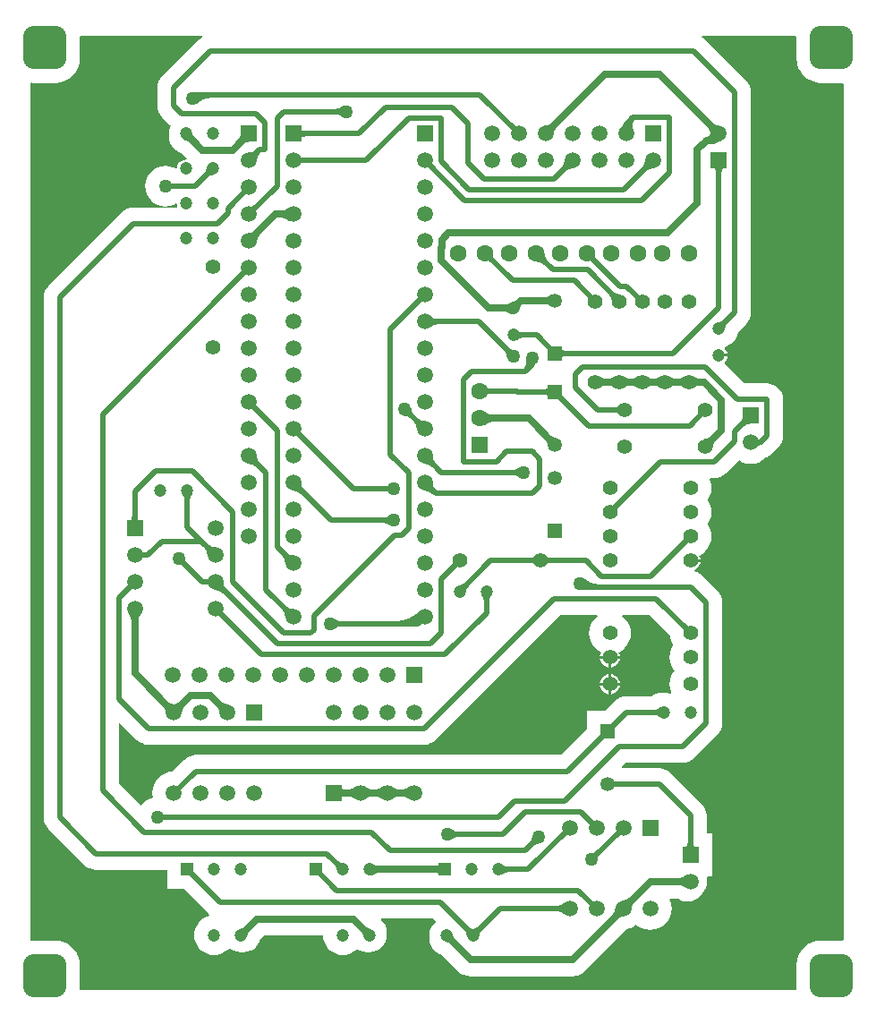
<source format=gbl>
%FSLAX25Y25*%
%MOIN*%
G70*
G01*
G75*
G04 Layer_Physical_Order=2*
G04 Layer_Color=16711680*
%ADD10C,0.02000*%
%ADD11C,0.02500*%
%ADD12C,0.01000*%
%ADD13C,0.05906*%
%ADD14R,0.05906X0.05906*%
%ADD15R,0.04724X0.04724*%
%ADD16C,0.04724*%
%ADD17C,0.05512*%
%ADD18C,0.05315*%
%ADD19R,0.05315X0.05315*%
%ADD20R,0.05906X0.05906*%
%ADD21C,0.06299*%
%ADD22R,0.06299X0.06299*%
%ADD23C,0.06299*%
%ADD24R,0.05906X0.05906*%
%ADD25C,0.05906*%
%ADD26R,0.05906X0.05906*%
G04:AMPARAMS|DCode=27|XSize=160mil|YSize=160mil|CornerRadius=40mil|HoleSize=0mil|Usage=FLASHONLY|Rotation=0.000|XOffset=0mil|YOffset=0mil|HoleType=Round|Shape=RoundedRectangle|*
%AMROUNDEDRECTD27*
21,1,0.16000,0.08000,0,0,0.0*
21,1,0.08000,0.16000,0,0,0.0*
1,1,0.08000,0.04000,-0.04000*
1,1,0.08000,-0.04000,-0.04000*
1,1,0.08000,-0.04000,0.04000*
1,1,0.08000,0.04000,0.04000*
%
%ADD27ROUNDEDRECTD27*%
%ADD28C,0.05000*%
G36*
X383787Y137687D02*
X383856Y136980D01*
X384300Y135518D01*
X385020Y134170D01*
X385160Y134000D01*
X385020Y133830D01*
X384300Y132482D01*
X383856Y131020D01*
X383707Y129500D01*
X383856Y127980D01*
X384300Y126518D01*
X385020Y125170D01*
X385570Y124500D01*
X385020Y123830D01*
X384300Y122482D01*
X383856Y121020D01*
X383707Y119500D01*
X383856Y117980D01*
X384300Y116518D01*
X384421Y116290D01*
X384104Y115903D01*
X382943Y116256D01*
X381500Y116398D01*
X380057Y116256D01*
X378669Y115835D01*
X377390Y115151D01*
X377241Y115029D01*
X367657D01*
X366481Y114913D01*
X365350Y114570D01*
X364308Y114013D01*
X363394Y113263D01*
X359631Y109500D01*
X352842D01*
Y102711D01*
X343276Y93145D01*
X207116D01*
X205940Y93029D01*
X204809Y92686D01*
X203767Y92129D01*
X202853Y91379D01*
X198406Y86933D01*
X197441Y86838D01*
X195942Y86383D01*
X194560Y85645D01*
X193349Y84651D01*
X192356Y83440D01*
X191617Y82058D01*
X191162Y80559D01*
X191009Y79000D01*
X191162Y77441D01*
X191235Y77202D01*
X190116Y76863D01*
X188813Y76166D01*
X187671Y75229D01*
X187063Y74488D01*
X186563Y74463D01*
X178529Y82497D01*
Y104839D01*
X178991Y105030D01*
X185237Y98784D01*
Y98784D01*
X185237Y98784D01*
X185237Y98784D01*
Y98784D01*
X186151Y98034D01*
X187193Y97477D01*
X187193Y97477D01*
X187193Y97477D01*
D01*
X187193Y97477D01*
X187193Y97477D01*
X188324Y97134D01*
X189500Y97018D01*
X292347D01*
X293523Y97134D01*
X294654Y97477D01*
X294654Y97477D01*
X294654Y97477D01*
X295697Y98034D01*
X296610Y98784D01*
X296610Y98784D01*
X296610Y98784D01*
X343053Y145227D01*
X356729D01*
X356897Y144756D01*
X355989Y144011D01*
X355020Y142830D01*
X354300Y141482D01*
X353856Y140020D01*
X353707Y138500D01*
X353856Y136980D01*
X354300Y135518D01*
X355020Y134170D01*
X355989Y132989D01*
X357170Y132020D01*
X358203Y131468D01*
X358219Y131394D01*
X357841Y130481D01*
X357778Y130000D01*
X365223D01*
X365159Y130481D01*
X364781Y131394D01*
X364797Y131468D01*
X365830Y132020D01*
X367011Y132989D01*
X367980Y134170D01*
X368700Y135518D01*
X369144Y136980D01*
X369293Y138500D01*
X369144Y140020D01*
X368700Y141482D01*
X367980Y142830D01*
X367011Y144011D01*
X366103Y144756D01*
X366271Y145227D01*
X376247D01*
X383787Y137687D01*
D02*
G37*
G36*
X430965Y360582D02*
X430957Y360500D01*
Y352500D01*
X431130Y350736D01*
X431645Y349039D01*
X432481Y347476D01*
X433605Y346105D01*
X434976Y344981D01*
X436539Y344145D01*
X438236Y343630D01*
X440000Y343456D01*
X448000D01*
X448082Y343464D01*
X448453Y343129D01*
Y24371D01*
X448082Y24035D01*
X448000Y24044D01*
X440000D01*
X438236Y23870D01*
X436539Y23355D01*
X434976Y22519D01*
X433605Y21395D01*
X432481Y20024D01*
X431645Y18461D01*
X431130Y16764D01*
X430957Y15000D01*
Y7000D01*
X431063Y5918D01*
X430727Y5548D01*
X164273D01*
X163937Y5918D01*
X164044Y7000D01*
Y15000D01*
X163870Y16764D01*
X163355Y18461D01*
X162519Y20024D01*
X161395Y21395D01*
X160024Y22519D01*
X158461Y23355D01*
X156764Y23870D01*
X155000Y24044D01*
X147000D01*
X145918Y23937D01*
X145547Y24273D01*
Y182500D01*
Y343227D01*
X145918Y343563D01*
X147000Y343456D01*
X155000D01*
X156764Y343630D01*
X158461Y344145D01*
X160024Y344981D01*
X161395Y346105D01*
X162519Y347476D01*
X163355Y349039D01*
X163870Y350736D01*
X164044Y352500D01*
Y360500D01*
X164035Y360582D01*
X164371Y360952D01*
X209557D01*
X209679Y360468D01*
X209390Y360313D01*
X208476Y359563D01*
X194737Y345824D01*
X193987Y344910D01*
X193430Y343868D01*
X193087Y342737D01*
X192971Y341561D01*
Y335000D01*
X193087Y333824D01*
X193430Y332693D01*
X193987Y331650D01*
X194737Y330737D01*
X197676Y327798D01*
Y327798D01*
X197676Y327798D01*
X197676Y327798D01*
Y327798D01*
X198023Y327513D01*
X197698Y326903D01*
X197340Y325725D01*
X197220Y324500D01*
X197274Y323944D01*
X197220Y323388D01*
X197340Y322163D01*
X197698Y320985D01*
X198278Y319899D01*
X199059Y318947D01*
X200011Y318166D01*
X201097Y317586D01*
X201723Y317396D01*
X203787Y315331D01*
X203566Y314882D01*
X203500Y314891D01*
X202622Y314776D01*
X201804Y314437D01*
X201102Y313898D01*
X200563Y313196D01*
X200224Y312378D01*
X200136Y311706D01*
X199691Y311478D01*
X198784Y311963D01*
X197370Y312391D01*
X195900Y312536D01*
X194430Y312391D01*
X193016Y311963D01*
X191713Y311266D01*
X190571Y310329D01*
X189634Y309187D01*
X188937Y307884D01*
X188508Y306470D01*
X188364Y305000D01*
X188508Y303530D01*
X188937Y302116D01*
X189634Y300813D01*
X190571Y299671D01*
X191713Y298734D01*
X193016Y298037D01*
X194430Y297608D01*
X195900Y297464D01*
X197370Y297608D01*
X198784Y298037D01*
X199691Y298522D01*
X200136Y298294D01*
X200224Y297622D01*
X200339Y297345D01*
X200061Y296929D01*
X183900D01*
X182724Y296813D01*
X181593Y296470D01*
X180551Y295913D01*
X179637Y295163D01*
X152237Y267763D01*
X151487Y266849D01*
X150930Y265807D01*
X150587Y264676D01*
X150471Y263500D01*
Y69900D01*
X150587Y68724D01*
X150930Y67593D01*
X151487Y66550D01*
X152237Y65637D01*
X165737Y52137D01*
X166650Y51387D01*
X167693Y50830D01*
X168824Y50487D01*
X170000Y50371D01*
X196638D01*
Y43138D01*
X202836D01*
X211937Y34037D01*
X211937Y34037D01*
X212389Y33666D01*
X212292Y33175D01*
X211169Y32835D01*
X209890Y32151D01*
X208769Y31231D01*
X207849Y30110D01*
X207165Y28831D01*
X206744Y27443D01*
X206602Y26000D01*
X206744Y24557D01*
X207165Y23169D01*
X207849Y21890D01*
X208769Y20769D01*
X209890Y19849D01*
X211169Y19165D01*
X212557Y18744D01*
X214000Y18602D01*
X215443Y18744D01*
X216831Y19165D01*
X218110Y19849D01*
X219231Y20769D01*
X219526Y21129D01*
X220024Y21178D01*
X220511Y20778D01*
X221597Y20198D01*
X222775Y19840D01*
X224000Y19720D01*
X224556Y19774D01*
X225112Y19720D01*
X226337Y19840D01*
X227516Y20198D01*
X228601Y20778D01*
X229553Y21559D01*
X230334Y22511D01*
X230914Y23597D01*
X231104Y24223D01*
X232701Y25820D01*
X254620D01*
X254744Y24557D01*
X255165Y23169D01*
X255849Y21890D01*
X256769Y20769D01*
X257890Y19849D01*
X259169Y19165D01*
X260557Y18744D01*
X262000Y18602D01*
X263443Y18744D01*
X264831Y19165D01*
X266110Y19849D01*
X267231Y20769D01*
X267391Y20785D01*
X267399Y20778D01*
X268484Y20198D01*
X269663Y19840D01*
X270888Y19720D01*
X271444Y19774D01*
X272000Y19720D01*
X273225Y19840D01*
X274403Y20198D01*
X275489Y20778D01*
X276441Y21559D01*
X277222Y22511D01*
X277802Y23597D01*
X278160Y24775D01*
X278280Y26000D01*
X278225Y26556D01*
X278280Y27112D01*
X278160Y28337D01*
X277802Y29515D01*
X277222Y30601D01*
X276441Y31553D01*
X276140Y31800D01*
X276308Y32271D01*
X295703D01*
X296605Y31368D01*
X296581Y30869D01*
X296059Y30441D01*
X295278Y29489D01*
X294698Y28403D01*
X294340Y27225D01*
X294220Y26000D01*
X294274Y25444D01*
X294220Y24888D01*
X294340Y23663D01*
X294698Y22485D01*
X295278Y21399D01*
X296059Y20447D01*
X297011Y19666D01*
X298097Y19086D01*
X298723Y18896D01*
X305059Y12559D01*
X306011Y11778D01*
X306591Y11468D01*
X307097Y11198D01*
X308275Y10840D01*
X309500Y10720D01*
X347500D01*
X348725Y10840D01*
X349546Y11089D01*
X349903Y11198D01*
X350989Y11778D01*
X351941Y12559D01*
X367497Y28115D01*
X367725Y28138D01*
X368903Y28495D01*
X369989Y29075D01*
X370941Y29857D01*
X371395Y29901D01*
X372060Y29355D01*
X373442Y28617D01*
X374941Y28162D01*
X376500Y28009D01*
X378059Y28162D01*
X379558Y28617D01*
X380940Y29355D01*
X382151Y30349D01*
X383144Y31560D01*
X383883Y32942D01*
X384338Y34441D01*
X384491Y36000D01*
X384338Y37559D01*
X383883Y39058D01*
X383758Y39291D01*
X384016Y39720D01*
X386629D01*
X386807Y39574D01*
X387893Y38994D01*
X389071Y38636D01*
X390296Y38516D01*
X391521Y38636D01*
X392699Y38994D01*
X393785Y39574D01*
X394737Y40355D01*
X395280Y41017D01*
X395941Y41559D01*
X396722Y42511D01*
X397302Y43597D01*
X397660Y44775D01*
X397780Y46000D01*
X397660Y47225D01*
X397532Y47646D01*
X397830Y48047D01*
X399453D01*
Y63953D01*
X397529D01*
Y70657D01*
X397529Y70657D01*
X397413Y71834D01*
X397070Y72965D01*
X396513Y74007D01*
X395763Y74921D01*
X384263Y86421D01*
X383349Y87170D01*
X382307Y87727D01*
X381176Y88071D01*
X380000Y88186D01*
X366066D01*
X365875Y88648D01*
X367397Y90171D01*
X388500D01*
X389676Y90287D01*
X390807Y90630D01*
X391849Y91187D01*
X392763Y91937D01*
X401563Y100737D01*
X401563Y100737D01*
X401563Y100737D01*
X402313Y101651D01*
X402870Y102693D01*
X402870Y102693D01*
X402870Y102693D01*
X403213Y103824D01*
X403329Y105000D01*
X403329Y105000D01*
X403329Y105000D01*
Y105000D01*
Y150000D01*
X403329Y150000D01*
X403329Y150000D01*
Y150000D01*
X403329D01*
X403329Y150000D01*
X403213Y151176D01*
X402870Y152307D01*
X402313Y153349D01*
X401563Y154263D01*
X395863Y159963D01*
X394950Y160713D01*
X393907Y161270D01*
X392999Y161546D01*
X392974Y162045D01*
X393394Y162219D01*
X394179Y162821D01*
X394781Y163606D01*
X395159Y164520D01*
X395222Y165000D01*
X391500D01*
Y165973D01*
X391527Y166000D01*
X395222D01*
X395159Y166481D01*
X394781Y167394D01*
X394797Y167468D01*
X395830Y168020D01*
X397011Y168989D01*
X397980Y170170D01*
X398700Y171518D01*
X399144Y172980D01*
X399293Y174500D01*
X399144Y176020D01*
X398700Y177482D01*
X397980Y178830D01*
X397840Y179000D01*
X397980Y179170D01*
X398700Y180518D01*
X399144Y181980D01*
X399293Y183500D01*
X399144Y185020D01*
X398700Y186482D01*
X397980Y187830D01*
X397840Y188000D01*
X397980Y188170D01*
X398700Y189518D01*
X399144Y190980D01*
X399293Y192500D01*
X399144Y194020D01*
X398700Y195482D01*
X398561Y195742D01*
X398818Y196171D01*
X400200D01*
X401376Y196287D01*
X402507Y196630D01*
X403549Y197187D01*
X404463Y197937D01*
X409462Y202936D01*
X409560Y202855D01*
X410942Y202117D01*
X412441Y201662D01*
X414000Y201509D01*
X415559Y201662D01*
X417058Y202117D01*
X418440Y202855D01*
X419651Y203849D01*
X419687Y203893D01*
X419807Y203930D01*
X419807Y203930D01*
X419807Y203930D01*
X420850Y204487D01*
X421763Y205237D01*
X421763Y205237D01*
X421763Y205237D01*
X424263Y207737D01*
X425013Y208650D01*
X425570Y209693D01*
X425913Y210824D01*
X426029Y212000D01*
Y225500D01*
X425913Y226676D01*
X425570Y227807D01*
X425013Y228850D01*
X424263Y229763D01*
X423350Y230513D01*
X422307Y231070D01*
X421176Y231413D01*
X420000Y231529D01*
X411597D01*
X404172Y238955D01*
X404204Y239454D01*
X404398Y239602D01*
X404937Y240304D01*
X405276Y241122D01*
X405325Y241500D01*
X402000D01*
Y242500D01*
X405325D01*
X405276Y242878D01*
X404937Y243696D01*
X404398Y244398D01*
X404238Y244521D01*
X404327Y245013D01*
X404831Y245165D01*
X406110Y245849D01*
X407231Y246769D01*
X408151Y247890D01*
X408835Y249169D01*
X409256Y250557D01*
X409274Y250748D01*
X412263Y253737D01*
X413013Y254650D01*
X413570Y255693D01*
X413913Y256824D01*
X414029Y258000D01*
Y340000D01*
X414029Y340000D01*
X414029Y340000D01*
Y340000D01*
X414029D01*
X414029Y340000D01*
X413913Y341176D01*
X413570Y342307D01*
X413013Y343350D01*
X412263Y344263D01*
X396963Y359563D01*
X396049Y360313D01*
X395760Y360468D01*
X395882Y360952D01*
X430629D01*
X430965Y360582D01*
D02*
G37*
%LPC*%
G36*
X361000Y123222D02*
X360520Y123159D01*
X359606Y122781D01*
X358821Y122179D01*
X358219Y121394D01*
X357841Y120481D01*
X357778Y120000D01*
X361000D01*
Y123222D01*
D02*
G37*
G36*
X365223Y119000D02*
X362000D01*
Y115778D01*
X362480Y115841D01*
X363394Y116219D01*
X364179Y116821D01*
X364781Y117606D01*
X365159Y118519D01*
X365223Y119000D01*
D02*
G37*
G36*
X361000D02*
X357778D01*
X357841Y118519D01*
X358219Y117606D01*
X358821Y116821D01*
X359606Y116219D01*
X360520Y115841D01*
X361000Y115778D01*
Y119000D01*
D02*
G37*
G36*
X365223Y129000D02*
X362000D01*
Y125777D01*
X362480Y125841D01*
X363394Y126219D01*
X364179Y126821D01*
X364781Y127606D01*
X365159Y128519D01*
X365223Y129000D01*
D02*
G37*
G36*
X361000D02*
X357778D01*
X357841Y128519D01*
X358219Y127606D01*
X358821Y126821D01*
X359606Y126219D01*
X360520Y125841D01*
X361000Y125777D01*
Y129000D01*
D02*
G37*
G36*
X362000Y123222D02*
Y120000D01*
X365223D01*
X365159Y120481D01*
X364781Y121394D01*
X364179Y122179D01*
X363394Y122781D01*
X362480Y123159D01*
X362000Y123222D01*
D02*
G37*
%LPD*%
D10*
X344166Y311166D02*
G03*
X345547Y314500I-3334J3334D01*
G01*
X347500Y312547D02*
G03*
X344166Y311166I0J-4714D01*
G01*
X370000Y330500D02*
G03*
X369228Y325409I3069J-3069D01*
G01*
X368080Y328580D02*
G03*
X367458Y324478I2473J-2473D01*
G01*
X367500Y328000D02*
G03*
X368526Y326162I2160J0D01*
G01*
X366474D02*
G03*
X367500Y328000I-1134J1838D01*
G01*
X374166Y311166D02*
G03*
X375547Y314500I-3334J3334D01*
G01*
X377500Y312547D02*
G03*
X374166Y311166I0J-4714D01*
G01*
X341786Y36000D02*
G03*
X345119Y37381I0J4714D01*
G01*
Y34619D02*
G03*
X341786Y36000I-3334J-3334D01*
G01*
X404325Y254325D02*
G03*
X403362Y252000I2325J-2325D01*
G01*
X402000Y253362D02*
G03*
X404325Y254325I0J3289D01*
G01*
X211175Y309175D02*
G03*
X212138Y311500I-2325J2325D01*
G01*
X213500Y310138D02*
G03*
X211175Y309175I0J-3289D01*
G01*
X328789Y249500D02*
G03*
X326463Y248537I0J-3289D01*
G01*
Y250463D02*
G03*
X328789Y249500I2325J2325D01*
G01*
X402000Y309786D02*
G03*
X400619Y313119I-4714J0D01*
G01*
X403381D02*
G03*
X402000Y309786I3334J-3334D01*
G01*
X230334Y201167D02*
G03*
X227000Y202547I-3334J-3334D01*
G01*
X228953Y204500D02*
G03*
X230334Y201166I4714J0D01*
G01*
Y317834D02*
G03*
X228953Y314500I3334J-3334D01*
G01*
X227000Y316453D02*
G03*
X230334Y317834I0J4714D01*
G01*
X362002Y264998D02*
G03*
X365000Y263756I2998J2998D01*
G01*
X363244Y262000D02*
G03*
X362002Y264998I-4239J0D01*
G01*
X391500Y60714D02*
G03*
X392881Y57381I4714J0D01*
G01*
X390119D02*
G03*
X391500Y60714I-3334J3334D01*
G01*
X240166Y147834D02*
G03*
X243500Y146453I3334J3334D01*
G01*
X241547Y144500D02*
G03*
X240166Y147834I-4714J0D01*
G01*
X240166Y167833D02*
G03*
X243500Y166453I3334J3334D01*
G01*
X241547Y164500D02*
G03*
X240166Y167834I-4714J0D01*
G01*
X246834Y191166D02*
G03*
X243500Y192547I-3334J-3334D01*
G01*
X245453Y194500D02*
G03*
X246834Y191166I4714J0D01*
G01*
X248214Y324500D02*
G03*
X244881Y323119I0J-4714D01*
G01*
Y325881D02*
G03*
X248214Y324500I3334J3334D01*
G01*
X281750Y142000D02*
G03*
X291119Y145881I0J13250D01*
G01*
X286578Y142000D02*
G03*
X292533Y144467I0J8422D01*
G01*
X295834Y191166D02*
G03*
X292500Y192547I-3334J-3334D01*
G01*
X294453Y194500D02*
G03*
X295834Y191166I4714J0D01*
G01*
X295834Y201167D02*
G03*
X292500Y202547I-3334J-3334D01*
G01*
X294453Y204500D02*
G03*
X295834Y201166I4714J0D01*
G01*
X289166Y217834D02*
G03*
X292500Y216453I3334J3334D01*
G01*
X290547Y214500D02*
G03*
X289166Y217834I-4714J0D01*
G01*
X297214Y254500D02*
G03*
X293881Y253119I0J-4714D01*
G01*
Y255881D02*
G03*
X297214Y254500I3334J3334D01*
G01*
X259675Y52825D02*
G03*
X262000Y51862I2325J2325D01*
G01*
X260638Y50500D02*
G03*
X259675Y52825I-3289J0D01*
G01*
X323289Y50500D02*
G03*
X320963Y49537I0J-3289D01*
G01*
Y51463D02*
G03*
X323289Y50500I2325J2325D01*
G01*
X417500Y209500D02*
G03*
X415662Y208474I0J-2160D01*
G01*
Y210526D02*
G03*
X417500Y209500I1838J1134D01*
G01*
X410666Y216166D02*
G03*
X412047Y219500I-3334J3334D01*
G01*
X414000Y217547D02*
G03*
X410666Y216166I0J-4714D01*
G01*
X337670Y276330D02*
G03*
X334000Y277850I-3670J-3670D01*
G01*
X336150Y280000D02*
G03*
X337670Y276330I5190J0D01*
G01*
X336999Y228343D02*
G03*
X339828Y229515I0J4002D01*
G01*
Y227171D02*
G03*
X336999Y228343I-2829J-2829D01*
G01*
X378211Y109000D02*
G03*
X380537Y109963I0J3289D01*
G01*
Y108037D02*
G03*
X378211Y109000I-2325J-2325D01*
G01*
X184500Y182214D02*
G03*
X185881Y178881I4714J0D01*
G01*
X183119D02*
G03*
X184500Y182214I-3334J3334D01*
G01*
X211166Y170834D02*
G03*
X214500Y169453I3334J3334D01*
G01*
X212547Y167500D02*
G03*
X211166Y170834I-4714J0D01*
G01*
X217834Y154166D02*
G03*
X214500Y155547I-3334J-3334D01*
G01*
X216453Y157500D02*
G03*
X217834Y154166I4714J0D01*
G01*
X204000Y188211D02*
G03*
X203037Y190537I-3289J0D01*
G01*
X204963D02*
G03*
X204000Y188211I2325J-2325D01*
G01*
X307825Y156325D02*
G03*
X306862Y154000I2325J-2325D01*
G01*
X305500Y155362D02*
G03*
X307825Y156325I0J3289D01*
G01*
X315500Y150711D02*
G03*
X314537Y153037I-3289J0D01*
G01*
X316463D02*
G03*
X315500Y150711I2325J-2325D01*
G01*
X308175Y28325D02*
G03*
X310500Y27362I2325J2325D01*
G01*
X309138Y26000D02*
G03*
X308175Y28325I-3289J0D01*
G01*
X312825D02*
G03*
X311862Y26000I2325J-2325D01*
G01*
X310500Y27362D02*
G03*
X312825Y28325I0J3289D01*
G01*
X345002Y242657D02*
G03*
X342172Y241485I0J-4002D01*
G01*
Y243829D02*
G03*
X345002Y242657I2829J2829D01*
G01*
X332439Y60039D02*
G03*
X333500Y62600I-2561J2561D01*
G01*
X335000Y61100D02*
G03*
X332439Y60039I0J-3621D01*
G01*
X287661Y219339D02*
G03*
X285100Y220400I-2561J-2561D01*
G01*
X286600Y221900D02*
G03*
X287661Y219339I3621J0D01*
G01*
X277379Y180500D02*
G03*
X279939Y181561I0J3621D01*
G01*
Y179439D02*
G03*
X277379Y180500I-2561J-2561D01*
G01*
X323039Y244061D02*
G03*
X325600Y243000I2561J2561D01*
G01*
X324100Y241500D02*
G03*
X323039Y244061I-3621J0D01*
G01*
X325629Y198350D02*
G03*
X328190Y199411I0J3621D01*
G01*
Y197290D02*
G03*
X325629Y198350I-2561J-2561D01*
G01*
X330000Y236000D02*
G03*
X331162Y240574I-3263J3263D01*
G01*
X332377Y238377D02*
G03*
X333079Y241142I-1973J1973D01*
G01*
X259579Y332800D02*
G03*
X262139Y333861I0J3621D01*
G01*
Y331739D02*
G03*
X259579Y332800I-2561J-2561D01*
G01*
X261021Y142000D02*
G03*
X258461Y140939I0J-3621D01*
G01*
Y143061D02*
G03*
X261021Y142000I2561J2561D01*
G01*
X304621Y63600D02*
G03*
X302061Y62539I0J-3621D01*
G01*
Y64661D02*
G03*
X304621Y63600I2561J2561D01*
G01*
X351361Y158061D02*
G03*
X357060Y155700I5699J5699D01*
G01*
X212854Y338900D02*
G03*
X207061Y336500I0J-8194D01*
G01*
X313000Y228500D02*
X326900D01*
X327057Y228343D01*
X341000D01*
X252000Y50500D02*
X259700Y42800D01*
X349700D01*
X356500Y36000D01*
X310500Y26000D02*
X320500Y36000D01*
X346500D01*
X204000Y50500D02*
X216200Y38300D01*
X298200D01*
X310500Y26000D01*
X360500Y82157D02*
X380000D01*
X391500Y70657D01*
Y56000D02*
Y70657D01*
X367700Y267800D02*
X373500Y262000D01*
X365200Y267800D02*
X367700D01*
X353000Y280000D02*
X365200Y267800D01*
X353150Y273850D02*
X365000Y262000D01*
X340150Y273850D02*
X353150D01*
X334000Y280000D02*
X340150Y273850D01*
X334157Y249500D02*
X341000Y242657D01*
X325500Y249500D02*
X334157D01*
X200800Y166300D02*
X209600Y157500D01*
X214500D01*
X194500Y172641D02*
X209359D01*
X189359Y167500D02*
X194500Y172641D01*
X184500Y167500D02*
X189359D01*
X204000Y178000D02*
Y191500D01*
X341000Y228343D02*
X353643Y215700D01*
X391200D01*
X397000Y221500D01*
X305500Y154000D02*
X317000Y165500D01*
X335500D01*
X402000Y259700D02*
Y314500D01*
X384957Y242657D02*
X402000Y259700D01*
X341000Y242657D02*
X384957D01*
X206000Y337561D02*
X207339Y338900D01*
X313100D01*
X327500Y324500D01*
X402000Y252000D02*
X408000Y258000D01*
Y340000D01*
X392700Y355300D02*
X408000Y340000D01*
X212739Y355300D02*
X392700D01*
X199000Y341561D02*
X212739Y355300D01*
X199000Y335000D02*
Y341561D01*
Y335000D02*
X201939Y332061D01*
X229602D01*
X233000Y328663D01*
Y318500D02*
Y328663D01*
X231000Y318500D02*
X233000D01*
X227000Y314500D02*
X231000Y318500D01*
X243500Y324500D02*
X268000D01*
X277953Y334453D01*
X302453D01*
X308662Y328244D01*
Y313638D02*
Y328244D01*
Y313638D02*
X314600Y307700D01*
X340700D01*
X347500Y314500D01*
X367500Y324500D02*
Y328000D01*
X370000Y330500D01*
X383500D01*
Y310000D02*
Y330500D01*
X373200Y299700D02*
X383500Y310000D01*
X307300Y299700D02*
X373200D01*
X292500Y314500D02*
X307300Y299700D01*
X378744Y151256D02*
X391500Y138500D01*
X340556Y151256D02*
X378744D01*
X292347Y103047D02*
X340556Y151256D01*
X189500Y103047D02*
X292347D01*
X178547Y114000D02*
X189500Y103047D01*
X178547Y114000D02*
Y151547D01*
X184500Y157500D01*
X408000Y213500D02*
X414000Y219500D01*
X408000Y210000D02*
Y213500D01*
X400200Y202200D02*
X408000Y210000D01*
X380200Y202200D02*
X400200D01*
X361500Y183500D02*
X380200Y202200D01*
X345774Y87116D02*
X360500Y101843D01*
X207116Y87116D02*
X345774D01*
X199000Y79000D02*
X207116Y87116D01*
X193000Y69900D02*
X320003D01*
X326056Y75953D01*
X344653D01*
X364900Y96200D01*
X388500D01*
X397300Y105000D01*
Y150000D01*
X391600Y155700D02*
X397300Y150000D01*
X351600Y155700D02*
X391600D01*
X350300Y157000D02*
X351600Y155700D01*
X350547Y71953D02*
X356500Y66000D01*
X330056Y71953D02*
X350547D01*
X321703Y63600D02*
X330056Y71953D01*
X301000Y63600D02*
X321703D01*
X265800Y192200D02*
X281000D01*
X243500Y214500D02*
X265800Y192200D01*
X290000Y142000D02*
X292500Y144500D01*
X257400Y142000D02*
X290000D01*
X240000Y332800D02*
X263200D01*
X237500Y330300D02*
X240000Y332800D01*
X237500Y305000D02*
Y330300D01*
X227000Y294500D02*
X237500Y305000D01*
X219300Y296800D02*
X227000Y304500D01*
X219300Y295000D02*
Y296800D01*
X215200Y290900D02*
X219300Y295000D01*
X183900Y290900D02*
X215200D01*
X156500Y263500D02*
X183900Y290900D01*
X156500Y69900D02*
Y263500D01*
Y69900D02*
X170000Y56400D01*
X256100D01*
X262000Y50500D01*
X331000D02*
X346500Y66000D01*
X320000Y50500D02*
X331000D01*
X227000Y224500D02*
X237500Y214000D01*
Y170500D02*
Y214000D01*
Y170500D02*
X243500Y164500D01*
X292500Y194500D02*
X296500Y190500D01*
X332500D01*
X335342Y193342D01*
Y203458D01*
X332500Y206300D02*
X335342Y203458D01*
X323099Y206300D02*
X332500D01*
X319150Y202350D02*
X323099Y206300D01*
X306850Y202350D02*
X319150D01*
X306850D02*
Y232850D01*
X310000Y236000D01*
X330000D01*
X332600Y238600D01*
Y241000D01*
X292500Y204500D02*
X298650Y198350D01*
X329250D01*
X214500Y157500D02*
X237500Y134500D01*
X294500D01*
X298500Y138500D01*
Y158500D01*
X305500Y165500D01*
X195900Y305000D02*
X207000D01*
X213500Y311500D01*
X366700Y303700D02*
X377500Y314500D01*
X308957Y303700D02*
X366700D01*
X298453Y314204D02*
X308957Y303700D01*
X298453Y314204D02*
Y330453D01*
X286500D02*
X298453D01*
X270547Y314500D02*
X286500Y330453D01*
X243500Y314500D02*
X270547D01*
X360500Y101843D02*
X367657Y109000D01*
X381500D01*
X348150Y269850D02*
X356000Y262000D01*
X325150Y269850D02*
X348150D01*
X315000Y280000D02*
X325150Y269850D01*
X292500Y254500D02*
X312600D01*
X325600Y241500D01*
X184500Y177500D02*
Y191200D01*
X192200Y198900D01*
X205800D01*
X221000Y183700D01*
Y157500D02*
Y183700D01*
Y157500D02*
X240000Y138500D01*
X250100D01*
X251335Y139735D01*
Y145000D01*
X281235Y174900D01*
X283900D01*
X286500Y177500D01*
Y198200D01*
X279600Y205100D02*
X286500Y198200D01*
X279600Y205100D02*
Y251600D01*
X292500Y264500D01*
X354700Y54200D02*
X366500Y66000D01*
X257500Y180500D02*
X281000D01*
X243500Y194500D02*
X257500Y180500D01*
X285100Y221900D02*
X292500Y214500D01*
X233200Y154800D02*
X243500Y144500D01*
X233200Y154800D02*
Y198300D01*
X227000Y204500D02*
X233200Y198300D01*
X172500Y220000D02*
X227000Y274500D01*
X172500Y80000D02*
Y220000D01*
Y80000D02*
X188100Y64400D01*
X272700D01*
X279500Y57600D01*
X330000D01*
X335000Y62600D01*
X335500Y165500D02*
X352596D01*
X358396Y159700D01*
X376700D01*
X391500Y174500D01*
X214500Y147500D02*
X231500Y130500D01*
X300000D01*
X315500Y146000D01*
Y154000D01*
X357000Y221500D02*
X367000D01*
X348500Y230000D02*
X357000Y221500D01*
X348500Y230000D02*
Y235000D01*
X351300Y237800D01*
X396800D01*
X409100Y225500D01*
X420000D01*
Y212000D02*
Y225500D01*
X417500Y209500D02*
X420000Y212000D01*
X414000Y209500D02*
X417500D01*
X204000Y178000D02*
X209359Y172641D01*
X214500Y167500D01*
D11*
X340407Y327407D02*
G03*
X339203Y324500I2907J-2907D01*
G01*
X337500Y326203D02*
G03*
X340407Y327407I0J4111D01*
G01*
X205399Y322601D02*
G03*
X203500Y323388I-1899J-1899D01*
G01*
X204612Y324500D02*
G03*
X205399Y322601I2685J0D01*
G01*
X369407Y38907D02*
G03*
X368203Y36000I2907J-2907D01*
G01*
X366500Y37703D02*
G03*
X369407Y38907I0J4111D01*
G01*
X363593Y33093D02*
G03*
X364797Y36000I-2907J2907D01*
G01*
X366500Y34297D02*
G03*
X363593Y33093I0J-4111D01*
G01*
X327399Y261399D02*
G03*
X326612Y259500I1899J-1899D01*
G01*
X325500Y260612D02*
G03*
X327399Y261399I0J2685D01*
G01*
X322815Y259500D02*
G03*
X324714Y260286I0J2685D01*
G01*
Y258714D02*
G03*
X322815Y259500I-1899J-1899D01*
G01*
X397500Y322000D02*
G03*
X400301Y324616I0J2808D01*
G01*
X400177Y322000D02*
G03*
X402795Y324446I0J2625D01*
G01*
X399093Y327407D02*
G03*
X402000Y326203I2907J2907D01*
G01*
X400297Y324500D02*
G03*
X399093Y327407I-4111J0D01*
G01*
X229907Y287407D02*
G03*
X228703Y284500I2907J-2907D01*
G01*
X227000Y286203D02*
G03*
X229907Y287407I0J4111D01*
G01*
X224093Y321593D02*
G03*
X225297Y324500I-2907J2907D01*
G01*
X227000Y322797D02*
G03*
X224093Y321593I0J-4111D01*
G01*
X387364Y232000D02*
G03*
X389935Y233065I0J3636D01*
G01*
Y230935D02*
G03*
X387364Y232000I-2571J-2571D01*
G01*
X394636D02*
G03*
X392065Y230935I0J-3636D01*
G01*
Y233065D02*
G03*
X394636Y232000I2571J2571D01*
G01*
X378364D02*
G03*
X380935Y233065I0J3636D01*
G01*
Y230935D02*
G03*
X378364Y232000I-2571J-2571D01*
G01*
X385636D02*
G03*
X383065Y230935I0J-3636D01*
G01*
Y233065D02*
G03*
X385636Y232000I2571J2571D01*
G01*
X377136D02*
G03*
X374565Y230935I0J-3636D01*
G01*
Y233065D02*
G03*
X377136Y232000I2571J2571D01*
G01*
X369864D02*
G03*
X372435Y233065I0J3636D01*
G01*
Y230935D02*
G03*
X369864Y232000I-2571J-2571D01*
G01*
X368636D02*
G03*
X366065Y230935I0J-3636D01*
G01*
Y233065D02*
G03*
X368636Y232000I2571J2571D01*
G01*
X361364D02*
G03*
X363935Y233065I0J3636D01*
G01*
Y230935D02*
G03*
X361364Y232000I-2571J-2571D01*
G01*
X359636D02*
G03*
X357065Y230935I0J-3636D01*
G01*
Y233065D02*
G03*
X359636Y232000I2571J2571D01*
G01*
X216093Y111907D02*
G03*
X219000Y110703I2907J2907D01*
G01*
X217297Y109000D02*
G03*
X216093Y111907I-4111J0D01*
G01*
X201907D02*
G03*
X200703Y109000I2907J-2907D01*
G01*
X199000Y110703D02*
G03*
X201907Y111907I0J4111D01*
G01*
X196093D02*
G03*
X199000Y110703I2907J2907D01*
G01*
X197297Y109000D02*
G03*
X196093Y111907I-4111J0D01*
G01*
X387389Y46000D02*
G03*
X390296Y47204I0J4111D01*
G01*
Y44796D02*
G03*
X387389Y46000I-2907J-2907D01*
G01*
X239389Y294500D02*
G03*
X242296Y295704I0J4111D01*
G01*
Y293296D02*
G03*
X239389Y294500I-2907J-2907D01*
G01*
X274685Y50500D02*
G03*
X272786Y49714I0J-2685D01*
G01*
Y51286D02*
G03*
X274685Y50500I1899J1899D01*
G01*
X297315D02*
G03*
X299214Y51286I0J2685D01*
G01*
Y49714D02*
G03*
X297315Y50500I-1899J-1899D01*
G01*
X317586Y218500D02*
G03*
X314343Y217157I0J-4586D01*
G01*
Y219843D02*
G03*
X317586Y218500I3243J3243D01*
G01*
X225899Y27899D02*
G03*
X225112Y26000I1899J-1899D01*
G01*
X224000Y27112D02*
G03*
X225899Y27899I0J2685D01*
G01*
X270101D02*
G03*
X272000Y27112I1899J1899D01*
G01*
X270888Y26000D02*
G03*
X270101Y27899I-2685J0D01*
G01*
X338597Y211060D02*
G03*
X341000Y210065I2403J2403D01*
G01*
X339593Y208657D02*
G03*
X338597Y211060I-3398J0D01*
G01*
X184500Y143389D02*
G03*
X183296Y146296I-4111J0D01*
G01*
X185704D02*
G03*
X184500Y143389I2907J-2907D01*
G01*
X302399Y24101D02*
G03*
X300500Y24888I-1899J-1899D01*
G01*
X301612Y26000D02*
G03*
X302399Y24101I2685J0D01*
G01*
X337602Y262343D02*
G03*
X340005Y263338I0J3398D01*
G01*
Y261347D02*
G03*
X337602Y262343I-2403J-2403D01*
G01*
X399571Y210571D02*
G03*
X398506Y208000I2571J-2571D01*
G01*
X397000Y209506D02*
G03*
X399571Y210571I0J3636D01*
G01*
X284389Y79000D02*
G03*
X287296Y80204I0J4111D01*
G01*
Y77796D02*
G03*
X284389Y79000I-2907J-2907D01*
G01*
X274389D02*
G03*
X277296Y80204I0J4111D01*
G01*
Y77796D02*
G03*
X274389Y79000I-2907J-2907D01*
G01*
X282611D02*
G03*
X279704Y77796I0J-4111D01*
G01*
Y80204D02*
G03*
X282611Y79000I2907J2907D01*
G01*
X264389D02*
G03*
X267296Y80204I0J4111D01*
G01*
Y77796D02*
G03*
X264389Y79000I-2907J-2907D01*
G01*
X272611D02*
G03*
X269704Y77796I0J-4111D01*
G01*
Y80204D02*
G03*
X272611Y79000I2907J2907D01*
G01*
X262611D02*
G03*
X259704Y77796I0J-4111D01*
G01*
Y80204D02*
G03*
X262611Y79000I2907J2907D01*
G01*
X258500D02*
X268500D01*
X278500D01*
X288500D01*
X272000Y50500D02*
X300000D01*
X365000Y232000D02*
X373500D01*
X356000D02*
X365000D01*
X373500D02*
X382000D01*
X391000D01*
X199000Y109000D02*
X205300Y115300D01*
X212700D01*
X219000Y109000D01*
X337500Y324500D02*
X359600Y346600D01*
X379900D01*
X402000Y324500D01*
X347500Y17000D02*
X366500Y36000D01*
X309500Y17000D02*
X347500D01*
X300500Y26000D02*
X309500Y17000D01*
X366500Y36000D02*
X376500Y46000D01*
X391500D01*
X331157Y218500D02*
X341000Y208657D01*
X313000Y218500D02*
X331157D01*
X224000Y26000D02*
X230100Y32100D01*
X265900D01*
X272000Y26000D01*
X184500Y123500D02*
Y147500D01*
Y123500D02*
X199000Y109000D01*
X399500Y322000D02*
X402000Y324500D01*
X397500Y322000D02*
X399500D01*
X394000Y318500D02*
X397500Y322000D01*
X394000Y298500D02*
Y318500D01*
X383000Y287500D02*
X394000Y298500D01*
X301300Y287500D02*
X383000D01*
X298800Y285000D02*
X301300Y287500D01*
X298800Y282300D02*
Y285000D01*
X298600Y282100D02*
X298800Y282300D01*
X298600Y277200D02*
Y282100D01*
Y277200D02*
X316300Y259500D01*
X325500D01*
X391000Y232000D02*
X396500D01*
X403100Y225400D01*
Y214100D02*
Y225400D01*
X397000Y208000D02*
X403100Y214100D01*
X325500Y259500D02*
X328343Y262343D01*
X341000D01*
X227000Y284500D02*
X237000Y294500D01*
X243500D01*
X220900Y318400D02*
X227000Y324500D01*
X209600Y318400D02*
X220900D01*
X203500Y324500D02*
X209600Y318400D01*
D13*
X208500Y123000D02*
D03*
X198500D02*
D03*
X218500D02*
D03*
X228500D02*
D03*
X238500D02*
D03*
X248500D02*
D03*
X258500D02*
D03*
X268500D02*
D03*
X278500D02*
D03*
X268500Y79000D02*
D03*
X278500D02*
D03*
X288500D02*
D03*
X258500Y109000D02*
D03*
X268500D02*
D03*
X278500D02*
D03*
X288500D02*
D03*
X214500Y147500D02*
D03*
Y157500D02*
D03*
Y167500D02*
D03*
Y177500D02*
D03*
X184500Y147500D02*
D03*
Y157500D02*
D03*
Y167500D02*
D03*
X346500Y36000D02*
D03*
X356500D02*
D03*
X366500D02*
D03*
X376500D02*
D03*
X346500Y66000D02*
D03*
X356500D02*
D03*
X366500D02*
D03*
D14*
X288500Y123000D02*
D03*
X258500Y79000D02*
D03*
X376500Y66000D02*
D03*
D15*
X204000Y50500D02*
D03*
X300000D02*
D03*
X252000D02*
D03*
D16*
X214000D02*
D03*
X224000D02*
D03*
X310500Y26000D02*
D03*
X300500D02*
D03*
X315500Y154000D02*
D03*
X305500D02*
D03*
X194000Y191500D02*
D03*
X204000D02*
D03*
X391500Y109000D02*
D03*
X381500D02*
D03*
X262000Y26000D02*
D03*
X272000D02*
D03*
X214000D02*
D03*
X224000D02*
D03*
X310000Y50500D02*
D03*
X320000D02*
D03*
X262000D02*
D03*
X272000D02*
D03*
X325500Y249500D02*
D03*
Y259500D02*
D03*
X213500Y298500D02*
D03*
X203500D02*
D03*
Y311500D02*
D03*
X213500D02*
D03*
X203500Y285500D02*
D03*
X213500D02*
D03*
X402000Y242000D02*
D03*
Y252000D02*
D03*
X203500Y324500D02*
D03*
X213500D02*
D03*
D17*
X367000Y208000D02*
D03*
X397000D02*
D03*
X367000Y221500D02*
D03*
X397000D02*
D03*
X361500Y192500D02*
D03*
X391500D02*
D03*
X361500Y165500D02*
D03*
X391500D02*
D03*
X361500Y174500D02*
D03*
X391500D02*
D03*
Y183500D02*
D03*
X361500D02*
D03*
X305500Y165500D02*
D03*
X335500D02*
D03*
X391500Y138500D02*
D03*
X361500D02*
D03*
X391500Y129500D02*
D03*
X361500D02*
D03*
X213500Y275000D02*
D03*
Y245000D02*
D03*
X361500Y119500D02*
D03*
X391500D02*
D03*
X356000Y232000D02*
D03*
Y262000D02*
D03*
X365000Y232000D02*
D03*
Y262000D02*
D03*
X373500Y232000D02*
D03*
Y262000D02*
D03*
X382000Y232000D02*
D03*
Y262000D02*
D03*
X391000Y232000D02*
D03*
Y262000D02*
D03*
D18*
X341000Y262343D02*
D03*
X360500Y82157D02*
D03*
X341000Y208657D02*
D03*
Y196343D02*
D03*
D19*
Y242657D02*
D03*
X360500Y101843D02*
D03*
X341000Y228343D02*
D03*
Y176657D02*
D03*
D20*
X184500Y177500D02*
D03*
D21*
X324000Y280000D02*
D03*
X334000D02*
D03*
X305000D02*
D03*
X315000D02*
D03*
X343000D02*
D03*
X353000D02*
D03*
X362000D02*
D03*
X372000D02*
D03*
X381000D02*
D03*
X391000D02*
D03*
D22*
X313000Y208500D02*
D03*
D23*
Y218500D02*
D03*
Y228500D02*
D03*
D24*
X414000Y219500D02*
D03*
X292500Y324500D02*
D03*
X243500D02*
D03*
X391500Y56000D02*
D03*
X229000Y109000D02*
D03*
X227000Y324500D02*
D03*
X402000Y314500D02*
D03*
D25*
X414000Y209500D02*
D03*
X292500Y314500D02*
D03*
Y304500D02*
D03*
Y294500D02*
D03*
Y284500D02*
D03*
Y274500D02*
D03*
Y264500D02*
D03*
Y254500D02*
D03*
Y244500D02*
D03*
Y234500D02*
D03*
Y224500D02*
D03*
Y214500D02*
D03*
Y204500D02*
D03*
Y194500D02*
D03*
Y184500D02*
D03*
Y174500D02*
D03*
Y164500D02*
D03*
Y154500D02*
D03*
Y144500D02*
D03*
X243500Y314500D02*
D03*
Y304500D02*
D03*
Y294500D02*
D03*
Y284500D02*
D03*
Y274500D02*
D03*
Y264500D02*
D03*
Y254500D02*
D03*
Y244500D02*
D03*
Y234500D02*
D03*
Y224500D02*
D03*
Y214500D02*
D03*
Y204500D02*
D03*
Y194500D02*
D03*
Y184500D02*
D03*
Y174500D02*
D03*
Y164500D02*
D03*
Y154500D02*
D03*
Y144500D02*
D03*
X391500Y46000D02*
D03*
X199000Y79000D02*
D03*
X209000D02*
D03*
X219000D02*
D03*
X229000D02*
D03*
X199000Y109000D02*
D03*
X209000D02*
D03*
X219000D02*
D03*
X227000Y314500D02*
D03*
Y304500D02*
D03*
Y294500D02*
D03*
Y284500D02*
D03*
Y274500D02*
D03*
Y264500D02*
D03*
Y254500D02*
D03*
Y244500D02*
D03*
Y234500D02*
D03*
Y224500D02*
D03*
Y214500D02*
D03*
Y204500D02*
D03*
Y194500D02*
D03*
Y184500D02*
D03*
Y174500D02*
D03*
X402000Y324500D02*
D03*
X377500Y314500D02*
D03*
X367500Y324500D02*
D03*
Y314500D02*
D03*
X357500Y324500D02*
D03*
Y314500D02*
D03*
X347500Y324500D02*
D03*
Y314500D02*
D03*
X337500Y324500D02*
D03*
Y314500D02*
D03*
X327500Y324500D02*
D03*
Y314500D02*
D03*
X317500Y324500D02*
D03*
Y314500D02*
D03*
D26*
X377500Y324500D02*
D03*
D27*
X151000Y356500D02*
D03*
X444000D02*
D03*
Y11000D02*
D03*
X151000D02*
D03*
D28*
X200800Y166300D02*
D03*
X206000Y337561D02*
D03*
X193000Y69900D02*
D03*
X350300Y157000D02*
D03*
X301000Y63600D02*
D03*
X281000Y192200D02*
D03*
X257400Y142000D02*
D03*
X263200Y332800D02*
D03*
X332600Y241000D02*
D03*
X329250Y198350D02*
D03*
X195900Y305000D02*
D03*
X325600Y241500D02*
D03*
X354700Y54200D02*
D03*
X281000Y180500D02*
D03*
X285100Y221900D02*
D03*
X335000Y62600D02*
D03*
M02*

</source>
